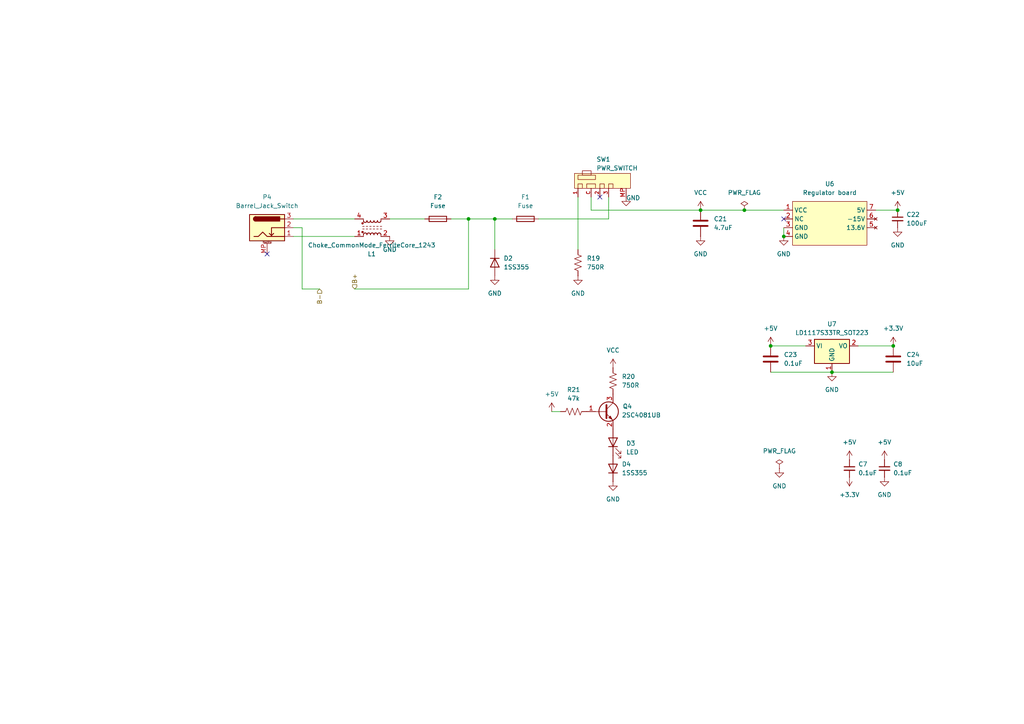
<source format=kicad_sch>
(kicad_sch (version 20250114) (generator "eeschema") (generator_version "9.0")
  (paper "A4")
  (lib_symbols
    (symbol "Device:C" (pin_numbers (hide yes)) (pin_names (offset 0.254))
      (property "Reference" "C" (at 0.635 2.54 0))
      (property "Value" "C" (at 0.635 -2.54 0))
      (symbol "C_0_1"
        (polyline (pts (xy -2.032 0.762) (xy 2.032 0.762)) (stroke (width 0.508)))
        (polyline (pts (xy -2.032 -0.762) (xy 2.032 -0.762)) (stroke (width 0.508)))
      )
      (symbol "C_1_1"
        (pin passive line (at 0 3.81 270) (length 2.794) (name "~") (number "1"))
        (pin passive line (at 0 -3.81 90) (length 2.794) (name "~") (number "2"))
      )
    )
    (symbol "Device:C_Small" (pin_numbers (hide yes)) (pin_names (offset 0.254) (hide yes))
      (property "Reference" "C" (at 0.254 1.778 0))
      (property "Value" "C_Small" (at 0.254 -2.032 0))
      (symbol "C_Small_0_1"
        (polyline (pts (xy -1.524 0.508) (xy 1.524 0.508)) (stroke (width 0.3048)))
        (polyline (pts (xy -1.524 -0.508) (xy 1.524 -0.508)) (stroke (width 0.3302)))
      )
      (symbol "C_Small_1_1"
        (pin passive line (at 0 2.54 270) (length 2.032) (name "~") (number "1"))
        (pin passive line (at 0 -2.54 90) (length 2.032) (name "~") (number "2"))
      )
    )
    (symbol "Device:D" (pin_numbers (hide yes)) (pin_names (offset 1.016) (hide yes))
      (property "Reference" "D" (at 0 2.54 0))
      (property "Value" "D" (at 0 -2.54 0))
      (symbol "D_0_1"
        (polyline (pts (xy -1.27 1.27) (xy -1.27 -1.27)) (stroke (width 0.254)))
        (polyline (pts (xy 1.27 1.27) (xy 1.27 -1.27) (xy -1.27 0) (xy 1.27 1.27)) (stroke (width 0.254)))
        (polyline (pts (xy 1.27 0) (xy -1.27 0)))
      )
      (symbol "D_1_1"
        (pin passive line (at -3.81 0 0) (length 2.54) (name "K") (number "1"))
        (pin passive line (at 3.81 0 180) (length 2.54) (name "A") (number "2"))
      )
    )
    (symbol "Device:Fuse" (pin_numbers (hide yes)) (pin_names (offset 0))
      (property "Reference" "F" (at 2.032 0 90))
      (property "Value" "Fuse" (at -1.905 0 90))
      (symbol "Fuse_0_1"
        (rectangle (start -0.762 -2.54) (end 0.762 2.54) (stroke (width 0.254)))
        (polyline (pts (xy 0 2.54) (xy 0 -2.54)))
      )
      (symbol "Fuse_1_1"
        (pin passive line (at 0 3.81 270) (length 1.27) (name "~") (number "1"))
        (pin passive line (at 0 -3.81 90) (length 1.27) (name "~") (number "2"))
      )
    )
    (symbol "Device:LED" (pin_numbers (hide yes)) (pin_names (offset 1.016) (hide yes))
      (property "Reference" "D" (at 0 2.54 0))
      (property "Value" "LED" (at 0 -2.54 0))
      (symbol "LED_0_1"
        (polyline (pts (xy -3.048 -0.762) (xy -4.572 -2.286) (xy -3.81 -2.286) (xy -4.572 -2.286) (xy -4.572 -1.524)))
        (polyline (pts (xy -1.778 -0.762) (xy -3.302 -2.286) (xy -2.54 -2.286) (xy -3.302 -2.286) (xy -3.302 -1.524)))
        (polyline (pts (xy -1.27 0) (xy 1.27 0)))
        (polyline (pts (xy -1.27 -1.27) (xy -1.27 1.27)) (stroke (width 0.254)))
        (polyline (pts (xy 1.27 -1.27) (xy 1.27 1.27) (xy -1.27 0) (xy 1.27 -1.27)) (stroke (width 0.254)))
      )
      (symbol "LED_1_1"
        (pin passive line (at -3.81 0 0) (length 2.54) (name "K") (number "1"))
        (pin passive line (at 3.81 0 180) (length 2.54) (name "A") (number "2"))
      )
    )
    (symbol "Device:R_US" (pin_numbers (hide yes)) (pin_names (offset 0))
      (property "Reference" "R" (at 2.54 0 90))
      (property "Value" "R_US" (at -2.54 0 90))
      (symbol "R_US_0_1"
        (polyline (pts (xy 0 2.286) (xy 0 2.54)))
        (polyline (pts (xy 0 2.286) (xy 1.016 1.905) (xy 0 1.524) (xy -1.016 1.143) (xy 0 0.762)))
        (polyline (pts (xy 0 0.762) (xy 1.016 0.381) (xy 0 0) (xy -1.016 -0.381) (xy 0 -0.762)))
        (polyline (pts (xy 0 -0.762) (xy 1.016 -1.143) (xy 0 -1.524) (xy -1.016 -1.905) (xy 0 -2.286)))
        (polyline (pts (xy 0 -2.286) (xy 0 -2.54)))
      )
      (symbol "R_US_1_1"
        (pin passive line (at 0 3.81 270) (length 1.27) (name "~") (number "1"))
        (pin passive line (at 0 -3.81 90) (length 1.27) (name "~") (number "2"))
      )
    )
    (symbol "Filter:Choke_CommonMode_FerriteCore_1243" (pin_names (offset 0.254) (hide yes))
      (property "Reference" "FL" (at 0 4.445 0))
      (property "Value" "Choke_CommonMode_FerriteCore_1243" (at 0 -4.445 0))
      (symbol "Choke_CommonMode_FerriteCore_1243_0_1"
        (circle (center -2.794 1.27) (radius 0.254) (fill (type outline)))
        (polyline (pts (xy -2.794 0.381) (xy -2.286 0.381)))
        (polyline (pts (xy -2.794 -0.381) (xy -2.286 -0.381)))
        (circle (center -2.794 -1.27) (radius 0.254) (fill (type outline)))
        (polyline (pts (xy -2.54 2.032) (xy -2.54 2.54)))
        (polyline (pts (xy -2.54 -2.032) (xy -2.54 -2.54)))
        (arc (start -1.524 2.032) (mid -2.032 1.5262) (end -2.54 2.032) (stroke (width 0.254)))
        (arc (start -2.54 -2.032) (mid -2.032 -1.5262) (end -1.524 -2.032) (stroke (width 0.254)))
        (polyline (pts (xy -1.778 0.381) (xy -1.27 0.381)))
        (polyline (pts (xy -1.778 -0.381) (xy -1.27 -0.381)))
        (arc (start -0.508 2.032) (mid -1.016 1.5262) (end -1.524 2.032) (stroke (width 0.254)))
        (arc (start -1.524 -2.032) (mid -1.016 -1.5262) (end -0.508 -2.032) (stroke (width 0.254)))
        (polyline (pts (xy -0.762 0.381) (xy -0.254 0.381)))
        (polyline (pts (xy -0.762 -0.381) (xy -0.254 -0.381)))
        (arc (start 0.508 2.032) (mid 0 1.5262) (end -0.508 2.032) (stroke (width 0.254)))
        (arc (start -0.508 -2.032) (mid 0 -1.5262) (end 0.508 -2.032) (stroke (width 0.254)))
        (polyline (pts (xy 0.254 0.381) (xy 0.762 0.381)))
        (polyline (pts (xy 0.254 -0.381) (xy 0.762 -0.381)))
        (arc (start 1.524 2.032) (mid 1.016 1.5262) (end 0.508 2.032) (stroke (width 0.254)))
        (arc (start 0.508 -2.032) (mid 1.016 -1.5262) (end 1.524 -2.032) (stroke (width 0.254)))
        (polyline (pts (xy 1.27 0.381) (xy 1.778 0.381)))
        (polyline (pts (xy 1.27 -0.381) (xy 1.778 -0.381)))
        (arc (start 2.54 2.032) (mid 2.032 1.5262) (end 1.524 2.032) (stroke (width 0.254)))
        (arc (start 1.524 -2.032) (mid 2.032 -1.5262) (end 2.54 -2.032) (stroke (width 0.254)))
        (polyline (pts (xy 2.286 0.381) (xy 2.794 0.381)))
        (polyline (pts (xy 2.286 -0.381) (xy 2.794 -0.381)))
        (polyline (pts (xy 2.54 2.54) (xy 2.54 2.032)))
        (polyline (pts (xy 2.54 -2.032) (xy 2.54 -2.54)))
      )
      (symbol "Choke_CommonMode_FerriteCore_1243_1_1"
        (pin passive line (at -5.08 2.54 0) (length 2.54) (name "1") (number "1"))
        (pin passive line (at -5.08 -2.54 0) (length 2.54) (name "4") (number "4"))
        (pin passive line (at 5.08 2.54 180) (length 2.54) (name "2") (number "2"))
        (pin passive line (at 5.08 -2.54 180) (length 2.54) (name "3") (number "3"))
      )
    )
    (symbol "Regulator_Linear:LD1117S33TR_SOT223"
      (property "Reference" "U" (at -3.81 3.175 0))
      (property "Value" "LD1117S33TR_SOT223" (at 0 3.175 0))
      (symbol "LD1117S33TR_SOT223_0_1"
        (rectangle (start -5.08 -5.08) (end 5.08 1.905) (stroke (width 0.254)) (fill (type background)))
      )
      (symbol "LD1117S33TR_SOT223_1_1"
        (pin power_in line (at -7.62 0 0) (length 2.54) (name "VI") (number "3"))
        (pin power_in line (at 0 -7.62 90) (length 2.54) (name "GND") (number "1"))
        (pin power_out line (at 7.62 0 180) (length 2.54) (name "VO") (number "2"))
      )
    )
    (symbol "Transistor_BJT:Q_NPN_BEC" (pin_names (offset 0) (hide yes))
      (property "Reference" "Q" (at 5.08 1.27 0))
      (property "Value" "Q_NPN_BEC" (at 5.08 -1.27 0))
      (symbol "Q_NPN_BEC_0_1"
        (polyline (pts (xy -2.54 0) (xy 0.635 0)))
        (polyline (pts (xy 0.635 1.905) (xy 0.635 -1.905)) (stroke (width 0.508)))
        (circle (center 1.27 0) (radius 2.8194) (stroke (width 0.254)))
      )
      (symbol "Q_NPN_BEC_1_1"
        (polyline (pts (xy 0.635 0.635) (xy 2.54 2.54)))
        (polyline (pts (xy 0.635 -0.635) (xy 2.54 -2.54)))
        (polyline (pts (xy 1.27 -1.778) (xy 1.778 -1.27) (xy 2.286 -2.286) (xy 1.27 -1.778)) (fill (type outline)))
        (pin input line (at -5.08 0 0) (length 2.54) (name "B") (number "1"))
        (pin passive line (at 2.54 5.08 270) (length 2.54) (name "C") (number "3"))
        (pin passive line (at 2.54 -5.08 90) (length 2.54) (name "E") (number "2"))
      )
    )
    (symbol "gbc_dcjack:Barrel_Jack_Switch_MountingPin" (pin_names (hide yes))
      (property "Reference" "J1" (at 0 8.89 0))
      (property "Value" "Barrel_Jack_Switch" (at 0 6.35 0))
      (symbol "Barrel_Jack_Switch_MountingPin_0_1"
        (rectangle (start -5.08 3.81) (end 5.08 -3.81) (stroke (width 0.254)) (fill (type background)))
        (polyline (pts (xy -3.81 -2.54) (xy -2.54 -2.54) (xy -1.27 -1.27) (xy 0 -2.54) (xy 2.54 -2.54) (xy 5.08 -2.54)) (stroke (width 0.254)))
        (arc (start -3.302 1.905) (mid -3.9343 2.54) (end -3.302 3.175) (stroke (width 0.254)))
        (arc (start -3.302 1.905) (mid -3.9343 2.54) (end -3.302 3.175) (stroke (width 0.254)) (fill (type outline)))
        (polyline (pts (xy 1.27 -2.286) (xy 1.905 -1.651)) (stroke (width 0.254)))
        (rectangle (start 3.683 3.175) (end -3.302 1.905) (stroke (width 0.254)) (fill (type outline)))
        (polyline (pts (xy 5.08 2.54) (xy 3.81 2.54)) (stroke (width 0.254)))
        (polyline (pts (xy 5.08 0) (xy 1.27 0) (xy 1.27 -2.286) (xy 0.635 -1.651)) (stroke (width 0.254)))
      )
      (symbol "Barrel_Jack_Switch_MountingPin_1_1"
        (polyline (pts (xy -1.016 -4.572) (xy 1.016 -4.572)) (stroke (width 0.1524)))
        (text "Mounting" (at 0 -4.191 0) (effects (font (size 0.381 0.381))))
        (pin passive line (at 0 -7.62 90) (length 3.048) (name "MountPin") (number "MP"))
        (pin passive line (at 7.62 2.54 180) (length 2.54) (name "~") (number "3"))
        (pin passive line (at 7.62 0 180) (length 2.54) (name "~") (number "2"))
        (pin passive line (at 7.62 -2.54 180) (length 2.54) (name "~") (number "1"))
      )
    )
    (symbol "gbc_reg:Regulator"
      (property "Reference" "U" (at 0 1.27 0))
      (property "Value" "Regulator board" (at 0 0 0))
      (symbol "Regulator_1_1"
        (rectangle (start -3.81 -2.54) (end 17.78 -15.24) (fill (type background)))
        (pin power_in line (at -6.35 -5.08 0) (length 2.54) (name "VCC") (number "1"))
        (pin passive line (at -6.35 -7.62 0) (length 2.54) (name "NC") (number "2"))
        (pin power_in line (at -6.35 -10.16 0) (length 2.54) (name "GND") (number "3"))
        (pin power_in line (at -6.35 -12.7 0) (length 2.54) (name "GND") (number "4"))
        (pin power_out line (at 20.32 -5.08 180) (length 2.54) (name "5V") (number "7"))
        (pin no_connect line (at 20.32 -7.62 180) (length 2.54) (name "-15V") (number "6"))
        (pin no_connect line (at 20.32 -10.16 180) (length 2.54) (name "13.6V") (number "5"))
      )
    )
    (symbol "gbc_switch:PWR_SWITCH"
      (property "Reference" "SW" (at 0 4.826 0))
      (property "Value" "PWR_SWITCH" (at 0 3.302 0))
      (symbol "PWR_SWITCH_0_1"
        (rectangle (start -3.81 -1.27) (end 1.27 0))
        (rectangle (start -3.81 -2.54) (end -2.54 -3.81))
        (rectangle (start -2.54 1.27) (end 0 0))
        (rectangle (start -1.27 -2.54) (end 1.27 -3.81))
        (rectangle (start 2.54 -2.54) (end 3.81 -3.81))
        (rectangle (start 5.08 -3.81) (end 6.35 -2.54))
      )
      (symbol "PWR_SWITCH_1_1"
        (rectangle (start -4.826 0.508) (end 11.43 -3.81) (fill (type background)))
        (pin passive line (at -3.81 -6.35 90) (length 2.54) (name "") (number "1"))
        (pin passive line (at 0 -6.35 90) (length 2.54) (name "") (number "C"))
        (pin passive line (at 2.54 -6.35 90) (length 2.54) (name "") (number "2"))
        (pin passive line (at 5.08 -6.35 90) (length 2.54) (name "") (number "3"))
        (pin input line (at 10.16 -6.35 90) (length 2.54) (name "") (number "MP"))
      )
    )
    (symbol "power:+3.3V" (power) (pin_numbers (hide yes)) (pin_names (offset 0) (hide yes))
      (property "Value" "+3.3V" (at 0 3.556 0))
      (symbol "+3.3V_0_1"
        (polyline (pts (xy -0.762 1.27) (xy 0 2.54)))
        (polyline (pts (xy 0 2.54) (xy 0.762 1.27)))
        (polyline (pts (xy 0 0) (xy 0 2.54)))
      )
      (symbol "+3.3V_1_1"
        (pin power_in line (at 0 0 90) (length 0) (name "~") (number "1"))
      )
    )
    (symbol "power:+5V" (power) (pin_numbers (hide yes)) (pin_names (offset 0) (hide yes))
      (property "Value" "+5V" (at 0 3.556 0))
      (symbol "+5V_0_1"
        (polyline (pts (xy -0.762 1.27) (xy 0 2.54)))
        (polyline (pts (xy 0 2.54) (xy 0.762 1.27)))
        (polyline (pts (xy 0 0) (xy 0 2.54)))
      )
      (symbol "+5V_1_1"
        (pin power_in line (at 0 0 90) (length 0) (name "~") (number "1"))
      )
    )
    (symbol "power:GND" (power) (pin_numbers (hide yes)) (pin_names (offset 0) (hide yes))
      (property "Value" "GND" (at 0 -3.81 0))
      (symbol "GND_0_1"
        (polyline (pts (xy 0 0) (xy 0 -1.27) (xy 1.27 -1.27) (xy 0 -2.54) (xy -1.27 -1.27) (xy 0 -1.27)))
      )
      (symbol "GND_1_1"
        (pin power_in line (at 0 0 270) (length 0) (name "~") (number "1"))
      )
    )
    (symbol "power:PWR_FLAG" (power) (pin_numbers (hide yes)) (pin_names (offset 0) (hide yes))
      (property "Value" "PWR_FLAG" (at 0 3.81 0))
      (symbol "PWR_FLAG_0_0"
        (pin power_out line (at 0 0 90) (length 0) (name "~") (number "1"))
      )
      (symbol "PWR_FLAG_0_1"
        (polyline (pts (xy 0 0) (xy 0 1.27) (xy -1.016 1.905) (xy 0 2.54) (xy 1.016 1.905) (xy 0 1.27)))
      )
    )
    (symbol "power:VCC" (power) (pin_numbers (hide yes)) (pin_names (offset 0) (hide yes))
      (property "Value" "VCC" (at 0 3.556 0))
      (symbol "VCC_0_1"
        (polyline (pts (xy -0.762 1.27) (xy 0 2.54)))
        (polyline (pts (xy 0 2.54) (xy 0.762 1.27)))
        (polyline (pts (xy 0 0) (xy 0 2.54)))
      )
      (symbol "VCC_1_1"
        (pin power_in line (at 0 0 90) (length 0) (name "~") (number "1"))
      )
    )
  )
  (junction (at 143.51 63.5))
  (junction (at 227.33 68.58))
  (junction (at 223.52 100.33))
  (junction (at 135.89 63.5))
  (junction (at 215.9 60.96))
  (junction (at 203.2 60.96))
  (junction (at 241.3 107.95))
  (junction (at 259.08 100.33))
  (junction (at 260.35 60.96))
  (no_connect (at 173.99 57.15))
  (no_connect (at 227.33 63.5))
  (no_connect (at 77.47 73.66))
  (wire (pts (xy 176.53 57.15) (xy 176.53 63.5)))
  (wire (pts (xy 143.51 63.5) (xy 148.59 63.5)))
  (wire (pts (xy 248.92 100.33) (xy 259.08 100.33)))
  (wire (pts (xy 203.2 60.96) (xy 215.9 60.96)))
  (wire (pts (xy 223.52 107.95) (xy 241.3 107.95)))
  (wire (pts (xy 87.63 66.04) (xy 85.09 66.04)))
  (wire (pts (xy 130.81 63.5) (xy 135.89 63.5)))
  (wire (pts (xy 241.3 107.95) (xy 259.08 107.95)))
  (wire (pts (xy 160.02 119.38) (xy 162.56 119.38)))
  (wire (pts (xy 254 60.96) (xy 260.35 60.96)))
  (wire (pts (xy 102.87 83.82) (xy 135.89 83.82)))
  (wire (pts (xy 87.63 83.82) (xy 87.63 66.04)))
  (wire (pts (xy 92.71 83.82) (xy 87.63 83.82)))
  (wire (pts (xy 227.33 66.04) (xy 227.33 68.58)))
  (wire (pts (xy 135.89 63.5) (xy 143.51 63.5)))
  (wire (pts (xy 167.64 57.15) (xy 167.64 72.39)))
  (wire (pts (xy 135.89 83.82) (xy 135.89 63.5)))
  (wire (pts (xy 113.03 63.5) (xy 123.19 63.5)))
  (wire (pts (xy 102.87 63.5) (xy 85.09 63.5)))
  (wire (pts (xy 215.9 60.96) (xy 227.33 60.96)))
  (wire (pts (xy 143.51 72.39) (xy 143.51 63.5)))
  (wire (pts (xy 171.45 60.96) (xy 203.2 60.96)))
  (wire (pts (xy 102.87 68.58) (xy 85.09 68.58)))
  (wire (pts (xy 223.52 100.33) (xy 233.68 100.33)))
  (wire (pts (xy 176.53 63.5) (xy 156.21 63.5)))
  (wire (pts (xy 171.45 57.15) (xy 171.45 60.96)))
  (hierarchical_label "B+" (shape input) (at 102.87 83.82 90))
  (hierarchical_label "B-" (shape input) (at 92.71 83.82 270))
  (symbol (lib_id "Device:LED") (at 177.8 128.27 90) (unit 1)
    (property "Reference" "D3" (at 181.61 128.5874 90) (effects (justify right)))
    (property "Value" "LED" (at 181.61 131.1274 90) (effects (justify right)))
    (property "Footprint" "LED_THT:LED_D3.0mm" (effects (hide yes)))
    (property "Description" "Light emitting diode" (effects (hide yes)))
    (property "Sim.Pins" "1=K 2=A" (effects (hide yes)))
    (property "Mouser Part Number" " 710-151033RS03000 " (effects (hide yes)))
  )
  (symbol (lib_id "Regulator_Linear:LD1117S33TR_SOT223") (at 241.3 100.33 0) (unit 1)
    (property "Reference" "U7" (at 241.3 93.98 0))
    (property "Value" "LD1117S33TR_SOT223" (at 241.3 96.52 0))
    (property "Footprint" "Package_TO_SOT_SMD:SOT-223-3_TabPin2" (effects (hide yes)))
    (property "Datasheet" "http://www.st.com/st-web-ui/static/active/en/resource/technical/document/datasheet/CD00000544.pdf" (effects (hide yes)))
    (property "Description" "800mA Fixed Low Drop Positive Voltage Regulator, Fixed Output 3.3V, SOT-223" (effects (hide yes)))
    (property "Mouser Part Number" " 511-LD1117S33 " (effects (hide yes)))
  )
  (symbol (lib_id "Device:R_US") (at 167.64 76.2 0) (unit 1)
    (property "Reference" "R19" (at 170.18 74.9299 0) (effects (justify left)))
    (property "Value" "750R" (at 170.18 77.4699 0) (effects (justify left)))
    (property "Footprint" "Resistor_SMD:R_0603_1608Metric_Pad0.98x0.95mm_HandSolder" (effects (hide yes)))
    (property "Description" "Resistor, US symbol" (effects (hide yes)))
    (property "Mouser Part Number" " 708-RMCF0603FT750R " (effects (hide yes)))
  )
  (symbol (lib_id "gbc_switch:PWR_SWITCH") (at 171.45 50.8 0) (unit 1)
    (property "Reference" "SW1" (at 172.974 46.228 0) (effects (justify left)))
    (property "Value" "PWR_SWITCH" (at 172.974 48.768 0) (effects (justify left)))
    (property "Footprint" "gbc_repro_lib:gbc_PowerSwitch" (effects (hide yes)))
  )
  (symbol (lib_id "power:+3.3V") (at 246.38 138.43 180) (unit 1)
    (property "Reference" "#PWR034" (effects (hide yes)))
    (property "Value" "+3.3V" (at 246.38 143.51 0))
    (property "Description" "Power symbol creates a global label with name \"+3.3V\"" (effects (hide yes)))
  )
  (symbol (lib_id "power:+5V") (at 256.54 133.35 0) (unit 1)
    (property "Reference" "#PWR035" (effects (hide yes)))
    (property "Value" "+5V" (at 256.54 128.27 0))
    (property "Description" "Power symbol creates a global label with name \"+5V\"" (effects (hide yes)))
  )
  (symbol (lib_id "Filter:Choke_CommonMode_FerriteCore_1243") (at 107.95 66.04 0) (mirror x) (unit 1)
    (property "Reference" "L1" (at 107.823 73.66 0))
    (property "Value" "Choke_CommonMode_FerriteCore_1243" (at 107.823 71.12 0))
    (property "Footprint" "Inductor_SMD:L_CommonModeChoke_Coilcraft_1812CAN" (effects (hide yes)))
    (property "Description" "Generic common-mode choke, ferrite core, 1243 pin order" (effects (hide yes)))
    (property "Mouser Part Number" " 710-744235601 " (effects (hide yes)))
  )
  (symbol (lib_id "power:+3.3V") (at 259.08 100.33 0) (unit 1)
    (property "Reference" "#PWR063" (effects (hide yes)))
    (property "Value" "+3.3V" (at 259.08 95.25 0))
    (property "Description" "Power symbol creates a global label with name \"+3.3V\"" (effects (hide yes)))
  )
  (symbol (lib_id "Device:C") (at 223.52 104.14 0) (unit 1)
    (property "Reference" "C23" (at 227.33 102.8699 0) (effects (justify left)))
    (property "Value" "0.1uF" (at 227.33 105.4099 0) (effects (justify left)))
    (property "Footprint" "Capacitor_SMD:C_0603_1608Metric_Pad1.08x0.95mm_HandSolder" (effects (hide yes)))
    (property "Description" "Unpolarized capacitor" (effects (hide yes)))
    (property "Mouser Part Number" " 81-GRM033R61C104KE4D " (effects (hide yes)))
  )
  (symbol (lib_id "Device:C_Small") (at 256.54 135.89 0) (unit 1)
    (property "Reference" "C8" (at 259.08 134.6262 0) (effects (justify left)))
    (property "Value" "0.1uF" (at 259.08 137.1662 0) (effects (justify left)))
    (property "Footprint" "Capacitor_SMD:C_0603_1608Metric_Pad1.08x0.95mm_HandSolder" (effects (hide yes)))
    (property "Description" "Unpolarized capacitor, small symbol" (effects (hide yes)))
    (property "Mouser Part Number" " 81-GRM033R61C104KE4D " (effects (hide yes)))
  )
  (symbol (lib_id "power:GND") (at 226.06 135.89 0) (unit 1)
    (property "Reference" "#PWR064" (effects (hide yes)))
    (property "Value" "GND" (at 226.06 140.97 0))
    (property "Description" "Power symbol creates a global label with name \"GND\" , ground" (effects (hide yes)))
  )
  (symbol (lib_id "power:VCC") (at 203.2 60.96 0) (unit 1)
    (property "Reference" "#PWR057" (effects (hide yes)))
    (property "Value" "VCC" (at 203.2 55.88 0))
    (property "Description" "Power symbol creates a global label with name \"VCC\"" (effects (hide yes)))
  )
  (symbol (lib_id "power:GND") (at 113.03 68.58 0) (unit 1)
    (property "Reference" "#PWR054" (effects (hide yes)))
    (property "Value" "GND" (at 113.03 72.39 0))
    (property "Description" "Power symbol creates a global label with name \"GND\" , ground" (effects (hide yes)))
  )
  (symbol (lib_id "Device:C_Small") (at 260.35 63.5 0) (unit 1)
    (property "Reference" "C22" (at 262.89 62.2362 0) (effects (justify left)))
    (property "Value" "100uF" (at 262.89 64.7762 0) (effects (justify left)))
    (property "Footprint" "Capacitor_SMD:CP_Elec_5x5.3" (effects (hide yes)))
    (property "Description" "Unpolarized capacitor, small symbol" (effects (hide yes)))
    (property "Mouser Part Number" " 710-865080142007 " (effects (hide yes)))
  )
  (symbol (lib_id "Device:C") (at 259.08 104.14 0) (unit 1)
    (property "Reference" "C24" (at 262.89 102.8699 0) (effects (justify left)))
    (property "Value" "10uF" (at 262.89 105.4099 0) (effects (justify left)))
    (property "Footprint" "Capacitor_SMD:C_0603_1608Metric_Pad1.08x0.95mm_HandSolder" (effects (hide yes)))
    (property "Description" "Unpolarized capacitor" (effects (hide yes)))
    (property "Mouser Part Number" " 187-CL10A106KP8NNNC " (effects (hide yes)))
  )
  (symbol (lib_id "Device:D") (at 143.51 76.2 270) (unit 1)
    (property "Reference" "D2" (at 146.05 74.9299 90) (effects (justify left)))
    (property "Value" "1SS355" (at 146.05 77.4699 90) (effects (justify left)))
    (property "Footprint" "Diode_SMD:D_SOD-323_HandSoldering" (effects (hide yes)))
    (property "Description" "Diode" (effects (hide yes)))
    (property "Sim.Device" "D" (effects (hide yes)))
    (property "Sim.Pins" "1=K 2=A" (effects (hide yes)))
    (property "Mouser Part Number" " 755-1SS355VMTE-17 " (effects (hide yes)))
  )
  (symbol (lib_id "power:+5V") (at 160.02 119.38 0) (unit 1)
    (property "Reference" "#PWR066" (effects (hide yes)))
    (property "Value" "+5V" (at 160.02 114.3 0))
    (property "Description" "Power symbol creates a global label with name \"+5V\"" (effects (hide yes)))
  )
  (symbol (lib_id "gbc_dcjack:Barrel_Jack_Switch_MountingPin") (at 77.47 66.04 0) (unit 1)
    (property "Reference" "P4" (at 77.47 57.15 0))
    (property "Value" "Barrel_Jack_Switch" (at 77.47 59.69 0))
    (property "Footprint" "gbc_repro_lib:SWITCHCRAFT_RAPC752SX" (effects (hide yes)))
    (property "Description" "DC Barrel Jack with an internal switch and a mounting pin" (effects (hide yes)))
    (property "Mouser Part Number" " 502-RAPC752SX " (effects (hide yes)))
  )
  (symbol (lib_id "power:GND") (at 181.61 57.15 0) (unit 1)
    (property "Reference" "#PWR070" (effects (hide yes)))
    (property "Value" "GND" (at 183.642 57.404 0))
    (property "Description" "Power symbol creates a global label with name \"GND\" , ground" (effects (hide yes)))
  )
  (symbol (lib_id "power:GND") (at 241.3 107.95 0) (unit 1)
    (property "Reference" "#PWR065" (effects (hide yes)))
    (property "Value" "GND" (at 241.3 113.03 0))
    (property "Description" "Power symbol creates a global label with name \"GND\" , ground" (effects (hide yes)))
  )
  (symbol (lib_id "power:GND") (at 203.2 68.58 0) (unit 1)
    (property "Reference" "#PWR058" (effects (hide yes)))
    (property "Value" "GND" (at 203.2 73.66 0))
    (property "Description" "Power symbol creates a global label with name \"GND\" , ground" (effects (hide yes)))
  )
  (symbol (lib_id "power:GND") (at 227.33 68.58 0) (unit 1)
    (property "Reference" "#PWR059" (effects (hide yes)))
    (property "Value" "GND" (at 227.33 73.66 0))
    (property "Description" "Power symbol creates a global label with name \"GND\" , ground" (effects (hide yes)))
  )
  (symbol (lib_id "power:+5V") (at 246.38 133.35 0) (unit 1)
    (property "Reference" "#PWR033" (effects (hide yes)))
    (property "Value" "+5V" (at 246.38 128.27 0))
    (property "Description" "Power symbol creates a global label with name \"+5V\"" (effects (hide yes)))
  )
  (symbol (lib_id "gbc_reg:Regulator") (at 233.68 55.88 0) (unit 1) (in_bom no)
    (property "Reference" "U6" (at 240.665 53.34 0))
    (property "Value" "Regulator board" (at 240.665 55.88 0))
    (property "Footprint" "gbc_repro_lib:GBC-PWRBD" (effects (hide yes)))
  )
  (symbol (lib_id "Device:Fuse") (at 152.4 63.5 90) (unit 1)
    (property "Reference" "F1" (at 152.4 57.15 90))
    (property "Value" "Fuse" (at 152.4 59.69 90))
    (property "Footprint" "Fuse:Fuse_0603_1608Metric_Pad1.05x0.95mm_HandSolder" (effects (hide yes)))
    (property "Description" "Fuse" (effects (hide yes)))
    (property "Mouser Part Number" " 594-MFU0603FF01000P1 " (effects (hide yes)))
  )
  (symbol (lib_id "Transistor_BJT:Q_NPN_BEC") (at 175.26 119.38 0) (unit 1)
    (property "Reference" "Q4" (at 180.594 117.856 0) (effects (justify left)))
    (property "Value" "2SC4081UB" (at 180.34 120.396 0) (effects (justify left)))
    (property "Footprint" "Package_TO_SOT_SMD:SOT-323_SC-70" (effects (hide yes)))
    (property "Description" "NPN transistor, base/emitter/collector" (effects (hide yes)))
    (property "Mouser Part Number" " 755-2SC4081UBTLR " (effects (hide yes)))
  )
  (symbol (lib_id "power:GND") (at 143.51 80.01 0) (unit 1)
    (property "Reference" "#PWR055" (effects (hide yes)))
    (property "Value" "GND" (at 143.51 85.09 0))
    (property "Description" "Power symbol creates a global label with name \"GND\" , ground" (effects (hide yes)))
  )
  (symbol (lib_id "power:GND") (at 256.54 138.43 0) (unit 1)
    (property "Reference" "#PWR036" (effects (hide yes)))
    (property "Value" "GND" (at 256.54 143.51 0))
    (property "Description" "Power symbol creates a global label with name \"GND\" , ground" (effects (hide yes)))
  )
  (symbol (lib_id "power:GND") (at 260.35 66.04 0) (unit 1)
    (property "Reference" "#PWR060" (effects (hide yes)))
    (property "Value" "GND" (at 260.35 71.12 0))
    (property "Description" "Power symbol creates a global label with name \"GND\" , ground" (effects (hide yes)))
  )
  (symbol (lib_id "Device:Fuse") (at 127 63.5 90) (unit 1)
    (property "Reference" "F2" (at 127 57.15 90))
    (property "Value" "Fuse" (at 127 59.69 90))
    (property "Footprint" "Fuse:Fuse_0603_1608Metric_Pad1.05x0.95mm_HandSolder" (effects (hide yes)))
    (property "Description" "Fuse" (effects (hide yes)))
    (property "Mouser Part Number" " 594-MFU0603FF01000P1 " (effects (hide yes)))
  )
  (symbol (lib_id "power:GND") (at 177.8 139.7 0) (unit 1)
    (property "Reference" "#PWR067" (effects (hide yes)))
    (property "Value" "GND" (at 177.8 144.78 0))
    (property "Description" "Power symbol creates a global label with name \"GND\" , ground" (effects (hide yes)))
  )
  (symbol (lib_id "Device:R_US") (at 177.8 110.49 0) (unit 1)
    (property "Reference" "R20" (at 180.34 109.2199 0) (effects (justify left)))
    (property "Value" "750R" (at 180.34 111.7599 0) (effects (justify left)))
    (property "Footprint" "Resistor_SMD:R_0603_1608Metric_Pad0.98x0.95mm_HandSolder" (effects (hide yes)))
    (property "Description" "Resistor, US symbol" (effects (hide yes)))
    (property "Mouser Part Number" " 708-RMCF0603FT750R " (effects (hide yes)))
  )
  (symbol (lib_id "power:VCC") (at 177.8 106.68 0) (unit 1)
    (property "Reference" "#PWR04" (effects (hide yes)))
    (property "Value" "VCC" (at 177.8 101.6 0))
    (property "Description" "Power symbol creates a global label with name \"VCC\"" (effects (hide yes)))
  )
  (symbol (lib_id "Device:R_US") (at 166.37 119.38 90) (unit 1)
    (property "Reference" "R21" (at 166.37 113.03 90))
    (property "Value" "47k" (at 166.37 115.57 90))
    (property "Footprint" "Resistor_SMD:R_0603_1608Metric_Pad0.98x0.95mm_HandSolder" (effects (hide yes)))
    (property "Description" "Resistor, US symbol" (effects (hide yes)))
    (property "Mouser Part Number" " 603-RC0603JR-1047KL " (effects (hide yes)))
  )
  (symbol (lib_id "power:GND") (at 167.64 80.01 0) (unit 1)
    (property "Reference" "#PWR056" (effects (hide yes)))
    (property "Value" "GND" (at 167.64 85.09 0))
    (property "Description" "Power symbol creates a global label with name \"GND\" , ground" (effects (hide yes)))
  )
  (symbol (lib_id "Device:C") (at 203.2 64.77 0) (unit 1)
    (property "Reference" "C21" (at 207.01 63.4999 0) (effects (justify left)))
    (property "Value" "4.7uF" (at 207.01 66.0399 0) (effects (justify left)))
    (property "Footprint" "Capacitor_SMD:C_0603_1608Metric_Pad1.08x0.95mm_HandSolder" (effects (hide yes)))
    (property "Description" "Unpolarized capacitor" (effects (hide yes)))
    (property "Mouser Part Number" " 187-CL10A475KP8NNNC " (effects (hide yes)))
  )
  (symbol (lib_id "power:PWR_FLAG") (at 215.9 60.96 0) (unit 1)
    (property "Reference" "#FLG02" (effects (hide yes)))
    (property "Value" "PWR_FLAG" (at 215.9 55.88 0))
    (property "Description" "Special symbol for telling ERC where power comes from" (effects (hide yes)))
  )
  (symbol (lib_id "Device:D") (at 177.8 135.89 90) (unit 1)
    (property "Reference" "D4" (at 180.34 134.6199 90) (effects (justify right)))
    (property "Value" "1SS355" (at 180.34 137.1599 90) (effects (justify right)))
    (property "Footprint" "Diode_SMD:D_SOD-323_HandSoldering" (effects (hide yes)))
    (property "Description" "Diode" (effects (hide yes)))
    (property "Sim.Device" "D" (effects (hide yes)))
    (property "Sim.Pins" "1=K 2=A" (effects (hide yes)))
    (property "Mouser Part Number" " 755-1SS355VMTE-17 " (effects (hide yes)))
  )
  (symbol (lib_id "power:+5V") (at 260.35 60.96 0) (unit 1)
    (property "Reference" "#PWR061" (effects (hide yes)))
    (property "Value" "+5V" (at 260.35 55.88 0))
    (property "Description" "Power symbol creates a global label with name \"+5V\"" (effects (hide yes)))
  )
  (symbol (lib_id "power:+5V") (at 223.52 100.33 0) (unit 1)
    (property "Reference" "#PWR062" (effects (hide yes)))
    (property "Value" "+5V" (at 223.52 95.25 0))
    (property "Description" "Power symbol creates a global label with name \"+5V\"" (effects (hide yes)))
  )
  (symbol (lib_id "power:PWR_FLAG") (at 226.06 135.89 0) (unit 1)
    (property "Reference" "#FLG01" (effects (hide yes)))
    (property "Value" "PWR_FLAG" (at 226.06 130.81 0))
    (property "Description" "Special symbol for telling ERC where power comes from" (effects (hide yes)))
  )
  (symbol (lib_id "Device:C_Small") (at 246.38 135.89 0) (unit 1)
    (property "Reference" "C7" (at 248.92 134.6262 0) (effects (justify left)))
    (property "Value" "0.1uF" (at 248.92 137.1662 0) (effects (justify left)))
    (property "Footprint" "Capacitor_SMD:C_0603_1608Metric_Pad1.08x0.95mm_HandSolder" (effects (hide yes)))
    (property "Description" "Unpolarized capacitor, small symbol" (effects (hide yes)))
    (property "Mouser Part Number" " 81-GRM033R61C104KE4D " (effects (hide yes)))
  )
)
</source>
